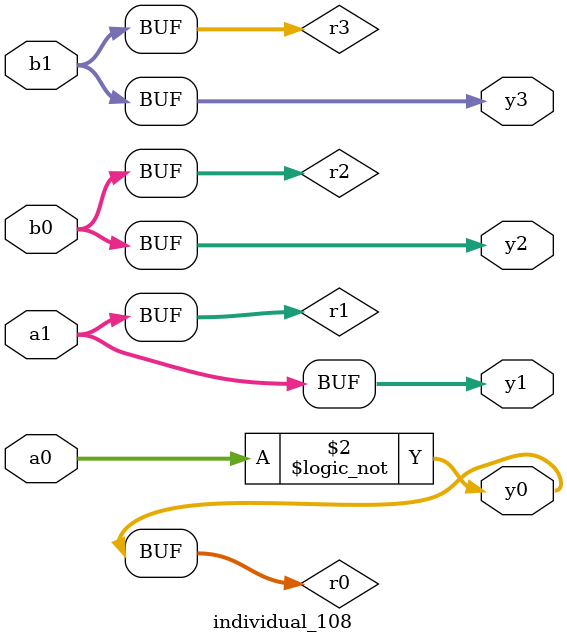
<source format=sv>
module individual_108(input logic [15:0] a1, input logic [15:0] a0, input logic [15:0] b1, input logic [15:0] b0, output logic [15:0] y3, output logic [15:0] y2, output logic [15:0] y1, output logic [15:0] y0);
logic [15:0] r0, r1, r2, r3; 
 always@(*) begin 
	 r0 = a0; r1 = a1; r2 = b0; r3 = b1; 
 	 r0 = ! r0 ;
 	 y3 = r3; y2 = r2; y1 = r1; y0 = r0; 
end
endmodule
</source>
